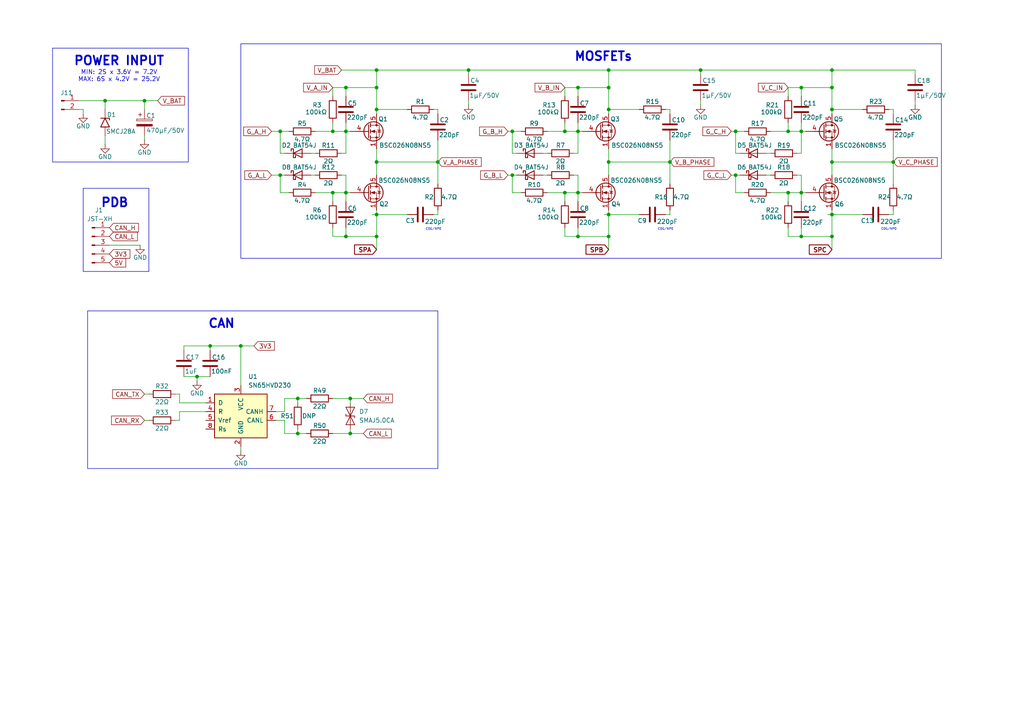
<source format=kicad_sch>
(kicad_sch (version 20250114) (generator "eeschema") (generator_version "9.0")
  (paper "A4")
  (lib_symbols
    (symbol "Connector:Conn_01x02_Pin" (pin_names (offset 1.016) (hide yes))
      (property "Reference" "J" (at 0 2.54 0))
      (property "Value" "Conn_01x02_Pin" (at 0 -5.08 0))
      (symbol "Conn_01x02_Pin_1_1"
        (rectangle (start 0.8636 0.127) (end 0 -0.127) (stroke (width 0.1524)) (fill (type outline)))
        (rectangle (start 0.8636 -2.413) (end 0 -2.667) (stroke (width 0.1524)) (fill (type outline)))
        (polyline (pts (xy 1.27 0) (xy 0.8636 0)) (stroke (width 0.1524)))
        (polyline (pts (xy 1.27 -2.54) (xy 0.8636 -2.54)) (stroke (width 0.1524)))
        (pin passive line (at 5.08 0 180) (length 3.81) (name "Pin_1") (number "1"))
        (pin passive line (at 5.08 -2.54 180) (length 3.81) (name "Pin_2") (number "2"))
      )
    )
    (symbol "Connector:Conn_01x05_Pin" (pin_names (offset 1.016) (hide yes))
      (property "Reference" "J" (at 0 7.62 0))
      (property "Value" "Conn_01x05_Pin" (at 0 -7.62 0))
      (symbol "Conn_01x05_Pin_1_1"
        (rectangle (start 0.8636 5.207) (end 0 4.953) (stroke (width 0.1524)) (fill (type outline)))
        (rectangle (start 0.8636 2.667) (end 0 2.413) (stroke (width 0.1524)) (fill (type outline)))
        (rectangle (start 0.8636 0.127) (end 0 -0.127) (stroke (width 0.1524)) (fill (type outline)))
        (rectangle (start 0.8636 -2.413) (end 0 -2.667) (stroke (width 0.1524)) (fill (type outline)))
        (rectangle (start 0.8636 -4.953) (end 0 -5.207) (stroke (width 0.1524)) (fill (type outline)))
        (polyline (pts (xy 1.27 5.08) (xy 0.8636 5.08)) (stroke (width 0.1524)))
        (polyline (pts (xy 1.27 2.54) (xy 0.8636 2.54)) (stroke (width 0.1524)))
        (polyline (pts (xy 1.27 0) (xy 0.8636 0)) (stroke (width 0.1524)))
        (polyline (pts (xy 1.27 -2.54) (xy 0.8636 -2.54)) (stroke (width 0.1524)))
        (polyline (pts (xy 1.27 -5.08) (xy 0.8636 -5.08)) (stroke (width 0.1524)))
        (pin passive line (at 5.08 5.08 180) (length 3.81) (name "Pin_1") (number "1"))
        (pin passive line (at 5.08 2.54 180) (length 3.81) (name "Pin_2") (number "2"))
        (pin passive line (at 5.08 0 180) (length 3.81) (name "Pin_3") (number "3"))
        (pin passive line (at 5.08 -2.54 180) (length 3.81) (name "Pin_4") (number "4"))
        (pin passive line (at 5.08 -5.08 180) (length 3.81) (name "Pin_5") (number "5"))
      )
    )
    (symbol "Device:C" (pin_numbers (hide yes)) (pin_names (offset 0.254))
      (property "Reference" "C" (at 0.635 2.54 0))
      (property "Value" "C" (at 0.635 -2.54 0))
      (symbol "C_0_1"
        (polyline (pts (xy -2.032 0.762) (xy 2.032 0.762)) (stroke (width 0.508)))
        (polyline (pts (xy -2.032 -0.762) (xy 2.032 -0.762)) (stroke (width 0.508)))
      )
      (symbol "C_1_1"
        (pin passive line (at 0 3.81 270) (length 2.794) (name "~") (number "1"))
        (pin passive line (at 0 -3.81 90) (length 2.794) (name "~") (number "2"))
      )
    )
    (symbol "Device:C_Polarized" (pin_numbers (hide yes)) (pin_names (offset 0.254))
      (property "Reference" "C" (at 0.635 2.54 0))
      (property "Value" "C_Polarized" (at 0.635 -2.54 0))
      (symbol "C_Polarized_0_1"
        (rectangle (start -2.286 0.508) (end 2.286 1.016))
        (polyline (pts (xy -1.778 2.286) (xy -0.762 2.286)))
        (polyline (pts (xy -1.27 2.794) (xy -1.27 1.778)))
        (rectangle (start 2.286 -0.508) (end -2.286 -1.016) (fill (type outline)))
      )
      (symbol "C_Polarized_1_1"
        (pin passive line (at 0 3.81 270) (length 2.794) (name "~") (number "1"))
        (pin passive line (at 0 -3.81 90) (length 2.794) (name "~") (number "2"))
      )
    )
    (symbol "Device:R" (pin_numbers (hide yes)) (pin_names (offset 0))
      (property "Reference" "R" (at 2.032 0 90))
      (property "Value" "R" (at 0 0 90))
      (symbol "R_0_1"
        (rectangle (start -1.016 -2.54) (end 1.016 2.54) (stroke (width 0.254)))
      )
      (symbol "R_1_1"
        (pin passive line (at 0 3.81 270) (length 1.27) (name "~") (number "1"))
        (pin passive line (at 0 -3.81 90) (length 1.27) (name "~") (number "2"))
      )
    )
    (symbol "Diode:1.5SMCxxA" (pin_numbers (hide yes)) (pin_names (offset 1.016) (hide yes))
      (property "Reference" "D" (at 0 2.54 0))
      (property "Value" "1.5SMCxxA" (at 0 -2.54 0))
      (symbol "1.5SMCxxA_0_1"
        (polyline (pts (xy -0.762 1.27) (xy -1.27 1.27) (xy -1.27 -1.27)) (stroke (width 0.254)))
        (polyline (pts (xy 1.27 1.27) (xy 1.27 -1.27) (xy -1.27 0) (xy 1.27 1.27)) (stroke (width 0.254)))
      )
      (symbol "1.5SMCxxA_1_1"
        (pin passive line (at -3.81 0 0) (length 2.54) (name "A1") (number "1"))
        (pin passive line (at 3.81 0 180) (length 2.54) (name "A2") (number "2"))
      )
    )
    (symbol "Diode:BAT54J" (pin_numbers (hide yes)) (pin_names (offset 1.016) (hide yes))
      (property "Reference" "D" (at 0 2.54 0))
      (property "Value" "BAT54J" (at 0 -2.54 0))
      (symbol "BAT54J_0_1"
        (polyline (pts (xy -1.905 0.635) (xy -1.905 1.27) (xy -1.27 1.27) (xy -1.27 -1.27) (xy -0.635 -1.27) (xy -0.635 -0.635)) (stroke (width 0.254)))
        (polyline (pts (xy 1.27 1.27) (xy 1.27 -1.27) (xy -1.27 0) (xy 1.27 1.27)) (stroke (width 0.254)))
        (polyline (pts (xy 1.27 0) (xy -1.27 0)))
      )
      (symbol "BAT54J_1_1"
        (pin passive line (at -3.81 0 0) (length 2.54) (name "K") (number "1"))
        (pin passive line (at 3.81 0 180) (length 2.54) (name "A") (number "2"))
      )
    )
    (symbol "Diode:SMAJ5.0CA" (pin_numbers (hide yes)) (pin_names (offset 1.016) (hide yes))
      (property "Reference" "D" (at 0 2.54 0))
      (property "Value" "SMAJ5.0CA" (at 0 -2.54 0))
      (symbol "SMAJ5.0CA_0_1"
        (polyline (pts (xy -2.54 -1.27) (xy 0 0) (xy -2.54 1.27) (xy -2.54 -1.27)) (stroke (width 0.2032)))
        (polyline (pts (xy 0.508 1.27) (xy 0 1.27) (xy 0 -1.27) (xy -0.508 -1.27)) (stroke (width 0.2032)))
        (polyline (pts (xy 1.27 0) (xy -1.27 0)))
        (polyline (pts (xy 2.54 1.27) (xy 2.54 -1.27) (xy 0 0) (xy 2.54 1.27)) (stroke (width 0.2032)))
      )
      (symbol "SMAJ5.0CA_1_1"
        (pin passive line (at -3.81 0 0) (length 2.54) (name "A1") (number "1"))
        (pin passive line (at 3.81 0 180) (length 2.54) (name "A2") (number "2"))
      )
    )
    (symbol "Interface_CAN_LIN:SN65HVD230" (pin_names (offset 1.016))
      (property "Reference" "U" (at -2.54 10.16 0))
      (property "Value" "SN65HVD230" (at -2.54 7.62 0))
      (symbol "SN65HVD230_0_1"
        (rectangle (start -7.62 5.08) (end 7.62 -7.62) (stroke (width 0.254)) (fill (type background)))
      )
      (symbol "SN65HVD230_1_1"
        (pin input line (at -10.16 2.54 0) (length 2.54) (name "D") (number "1"))
        (pin output line (at -10.16 0 0) (length 2.54) (name "R") (number "4"))
        (pin output line (at -10.16 -2.54 0) (length 2.54) (name "Vref") (number "5"))
        (pin input line (at -10.16 -5.08 0) (length 2.54) (name "Rs") (number "8"))
        (pin power_in line (at 0 7.62 270) (length 2.54) (name "VCC") (number "3"))
        (pin power_in line (at 0 -10.16 90) (length 2.54) (name "GND") (number "2"))
        (pin bidirectional line (at 10.16 0 180) (length 2.54) (name "CANH") (number "7"))
        (pin bidirectional line (at 10.16 -2.54 180) (length 2.54) (name "CANL") (number "6"))
      )
    )
    (symbol "Transistor_FET:BSC026N08NS5" (pin_names (offset 0) (hide yes))
      (property "Reference" "Q" (at 5.08 1.905 0))
      (property "Value" "BSC026N08NS5" (at 5.08 0 0))
      (symbol "BSC026N08NS5_0_1"
        (polyline (pts (xy 0.254 1.905) (xy 0.254 -1.905)) (stroke (width 0.254)))
        (polyline (pts (xy 0.254 0) (xy -2.54 0)))
        (polyline (pts (xy 0.762 2.286) (xy 0.762 1.27)) (stroke (width 0.254)))
        (polyline (pts (xy 0.762 0.508) (xy 0.762 -0.508)) (stroke (width 0.254)))
        (polyline (pts (xy 0.762 -1.27) (xy 0.762 -2.286)) (stroke (width 0.254)))
        (polyline (pts (xy 0.762 -1.778) (xy 3.302 -1.778) (xy 3.302 1.778) (xy 0.762 1.778)))
        (polyline (pts (xy 1.016 0) (xy 2.032 0.381) (xy 2.032 -0.381) (xy 1.016 0)) (fill (type outline)))
        (circle (center 1.651 0) (radius 2.794) (stroke (width 0.254)))
        (polyline (pts (xy 2.54 2.54) (xy 2.54 1.778)))
        (circle (center 2.54 1.778) (radius 0.254) (fill (type outline)))
        (circle (center 2.54 -1.778) (radius 0.254) (fill (type outline)))
        (polyline (pts (xy 2.54 -2.54) (xy 2.54 0) (xy 0.762 0)))
        (polyline (pts (xy 2.794 0.508) (xy 2.921 0.381) (xy 3.683 0.381) (xy 3.81 0.254)))
        (polyline (pts (xy 3.302 0.381) (xy 2.921 -0.254) (xy 3.683 -0.254) (xy 3.302 0.381)))
      )
      (symbol "BSC026N08NS5_1_1"
        (pin input line (at -5.08 0 0) (length 5.08) (name "G") (number "4"))
        (pin passive line (at 2.54 5.08 270) (length 2.54) (name "D") (number "5"))
        (pin passive line (at 2.54 -5.08 90) (length 2.54) (name "S") (number "1"))
        (pin passive line (at 2.54 -5.08 90) (length 2.54) (hide yes) (name "S") (number "2"))
        (pin passive line (at 2.54 -5.08 90) (length 2.54) (hide yes) (name "S") (number "3"))
      )
    )
    (symbol "power:GND" (power) (pin_numbers (hide yes)) (pin_names (offset 0) (hide yes))
      (property "Value" "GND" (at 0 -3.81 0))
      (symbol "GND_0_1"
        (polyline (pts (xy 0 0) (xy 0 -1.27) (xy 1.27 -1.27) (xy 0 -2.54) (xy -1.27 -1.27) (xy 0 -1.27)))
      )
      (symbol "GND_1_1"
        (pin power_in line (at 0 0 270) (length 0) (name "~") (number "1"))
      )
    )
  )
  (rectangle (start 15.24 13.97) (end 54.61 46.99))
  (rectangle (start 25.4 90.17) (end 127 135.89))
  (rectangle (start 24.13 54.61) (end 43.18 78.74))
  (rectangle (start 69.85 12.7) (end 273.05 74.93))
  (text "MIN: 2S x 3.6V = 7.2V\nMAX: 6S x 4.2V = 25.2V" (at 34.544 22.098 0) (effects (font (size 1.27 1.27))))
  (text "POWER INPUT" (at 34.544 17.78 0) (effects (font (size 2.54 2.54) (thickness 0.508) (bold yes))))
  (text "C0G/NP0" (at 125.73 66.548 0) (effects (font (size 0.635 0.635) (thickness 0.0794))))
  (text "MOSFETs" (at 175.006 16.51 0) (effects (font (size 2.54 2.54) (thickness 0.508) (bold yes))))
  (text "C0G/NP0" (at 193.04 66.548 0) (effects (font (size 0.635 0.635) (thickness 0.0794))))
  (text "PDB" (at 33.274 58.928 0) (effects (font (size 2.54 2.54) (thickness 0.508) (bold yes))))
  (text "C0G/NP0" (at 257.81 66.548 0) (effects (font (size 0.635 0.635) (thickness 0.0794))))
  (text "CAN" (at 64.262 93.98 0) (effects (font (size 2.54 2.54) (thickness 0.508) (bold yes))))
  (junction (at 232.41 68.58))
  (junction (at 100.33 55.88))
  (junction (at 232.41 25.4))
  (junction (at 241.3 31.75))
  (junction (at 69.85 100.33))
  (junction (at 109.22 25.4))
  (junction (at 228.6 55.88))
  (junction (at 100.33 68.58))
  (junction (at 167.64 38.1))
  (junction (at 96.52 55.88))
  (junction (at 213.36 50.8))
  (junction (at 57.15 109.22))
  (junction (at 232.41 55.88))
  (junction (at 81.28 50.8))
  (junction (at 101.6 115.57))
  (junction (at 241.3 25.4))
  (junction (at 109.22 31.75))
  (junction (at 100.33 38.1))
  (junction (at 148.59 38.1))
  (junction (at 109.22 46.99))
  (junction (at 86.36 125.73))
  (junction (at 86.36 115.57))
  (junction (at 60.96 100.33))
  (junction (at 135.89 20.32))
  (junction (at 259.08 46.99))
  (junction (at 176.53 62.23))
  (junction (at 194.31 46.99))
  (junction (at 163.83 38.1))
  (junction (at 41.91 29.21))
  (junction (at 241.3 20.32))
  (junction (at 163.83 55.88))
  (junction (at 203.2 20.32))
  (junction (at 109.22 68.58))
  (junction (at 167.64 25.4))
  (junction (at 241.3 62.23))
  (junction (at 109.22 62.23))
  (junction (at 176.53 68.58))
  (junction (at 148.59 50.8))
  (junction (at 232.41 38.1))
  (junction (at 30.48 29.21))
  (junction (at 176.53 20.32))
  (junction (at 167.64 68.58))
  (junction (at 228.6 38.1))
  (junction (at 127 46.99))
  (junction (at 213.36 38.1))
  (junction (at 176.53 46.99))
  (junction (at 96.52 38.1))
  (junction (at 101.6 125.73))
  (junction (at 176.53 31.75))
  (junction (at 241.3 68.58))
  (junction (at 241.3 46.99))
  (junction (at 100.33 25.4))
  (junction (at 109.22 20.32))
  (junction (at 81.28 38.1))
  (junction (at 176.53 25.4))
  (junction (at 167.64 55.88))
  (wire (pts (xy 228.6 35.56) (xy 228.6 38.1)))
  (wire (pts (xy 166.37 44.45) (xy 167.64 44.45)))
  (wire (pts (xy 41.91 121.92) (xy 43.18 121.92)))
  (wire (pts (xy 52.07 119.38) (xy 52.07 121.92)))
  (wire (pts (xy 135.89 30.48) (xy 135.89 29.21)))
  (wire (pts (xy 82.55 121.92) (xy 80.01 121.92)))
  (wire (pts (xy 167.64 25.4) (xy 167.64 27.94)))
  (wire (pts (xy 241.3 31.75) (xy 250.19 31.75)))
  (wire (pts (xy 232.41 55.88) (xy 233.68 55.88)))
  (wire (pts (xy 50.8 114.3) (xy 52.07 114.3)))
  (wire (pts (xy 100.33 35.56) (xy 100.33 38.1)))
  (wire (pts (xy 69.85 100.33) (xy 69.85 111.76)))
  (wire (pts (xy 99.06 50.8) (xy 100.33 50.8)))
  (wire (pts (xy 96.52 125.73) (xy 101.6 125.73)))
  (wire (pts (xy 193.04 62.23) (xy 194.31 62.23)))
  (wire (pts (xy 96.52 115.57) (xy 101.6 115.57)))
  (wire (pts (xy 127 62.23) (xy 127 60.96)))
  (wire (pts (xy 241.3 62.23) (xy 250.19 62.23)))
  (wire (pts (xy 241.3 62.23) (xy 241.3 68.58)))
  (wire (pts (xy 163.83 38.1) (xy 167.64 38.1)))
  (wire (pts (xy 176.53 33.02) (xy 176.53 31.75)))
  (wire (pts (xy 100.33 38.1) (xy 100.33 44.45)))
  (wire (pts (xy 213.36 50.8) (xy 213.36 55.88)))
  (wire (pts (xy 149.86 50.8) (xy 148.59 50.8)))
  (wire (pts (xy 259.08 40.64) (xy 259.08 46.99)))
  (wire (pts (xy 24.13 33.02) (xy 24.13 31.75)))
  (wire (pts (xy 232.41 38.1) (xy 232.41 44.45)))
  (wire (pts (xy 41.91 29.21) (xy 41.91 31.75)))
  (wire (pts (xy 148.59 50.8) (xy 148.59 55.88)))
  (wire (pts (xy 167.64 55.88) (xy 168.91 55.88)))
  (wire (pts (xy 90.17 50.8) (xy 91.44 50.8)))
  (wire (pts (xy 228.6 66.04) (xy 228.6 68.58)))
  (wire (pts (xy 214.63 44.45) (xy 213.36 44.45)))
  (wire (pts (xy 203.2 30.48) (xy 203.2 29.21)))
  (wire (pts (xy 194.31 46.99) (xy 194.31 53.34)))
  (wire (pts (xy 41.91 114.3) (xy 43.18 114.3)))
  (wire (pts (xy 96.52 66.04) (xy 96.52 68.58)))
  (wire (pts (xy 176.53 60.96) (xy 176.53 62.23)))
  (wire (pts (xy 57.15 109.22) (xy 57.15 110.49)))
  (wire (pts (xy 259.08 31.75) (xy 257.81 31.75)))
  (wire (pts (xy 127 31.75) (xy 125.73 31.75)))
  (wire (pts (xy 241.3 43.18) (xy 241.3 46.99)))
  (wire (pts (xy 176.53 46.99) (xy 176.53 50.8)))
  (wire (pts (xy 157.48 50.8) (xy 158.75 50.8)))
  (wire (pts (xy 176.53 62.23) (xy 185.42 62.23)))
  (wire (pts (xy 241.3 46.99) (xy 259.08 46.99)))
  (wire (pts (xy 147.32 50.8) (xy 148.59 50.8)))
  (wire (pts (xy 214.63 50.8) (xy 213.36 50.8)))
  (wire (pts (xy 127 46.99) (xy 127 53.34)))
  (wire (pts (xy 99.06 20.32) (xy 109.22 20.32)))
  (wire (pts (xy 163.83 25.4) (xy 167.64 25.4)))
  (wire (pts (xy 53.34 100.33) (xy 53.34 101.6)))
  (wire (pts (xy 241.3 60.96) (xy 241.3 62.23)))
  (wire (pts (xy 167.64 68.58) (xy 176.53 68.58)))
  (wire (pts (xy 81.28 38.1) (xy 83.82 38.1)))
  (wire (pts (xy 100.33 38.1) (xy 101.6 38.1)))
  (wire (pts (xy 212.09 50.8) (xy 213.36 50.8)))
  (wire (pts (xy 223.52 55.88) (xy 228.6 55.88)))
  (wire (pts (xy 194.31 31.75) (xy 193.04 31.75)))
  (wire (pts (xy 157.48 44.45) (xy 158.75 44.45)))
  (wire (pts (xy 231.14 44.45) (xy 232.41 44.45)))
  (wire (pts (xy 241.3 68.58) (xy 241.3 72.39)))
  (wire (pts (xy 127 33.02) (xy 127 31.75)))
  (wire (pts (xy 166.37 50.8) (xy 167.64 50.8)))
  (wire (pts (xy 109.22 25.4) (xy 100.33 25.4)))
  (wire (pts (xy 148.59 38.1) (xy 151.13 38.1)))
  (wire (pts (xy 241.3 33.02) (xy 241.3 31.75)))
  (wire (pts (xy 176.53 31.75) (xy 176.53 25.4)))
  (wire (pts (xy 109.22 62.23) (xy 109.22 68.58)))
  (wire (pts (xy 158.75 38.1) (xy 163.83 38.1)))
  (wire (pts (xy 60.96 100.33) (xy 60.96 101.6)))
  (wire (pts (xy 82.55 50.8) (xy 81.28 50.8)))
  (wire (pts (xy 223.52 38.1) (xy 228.6 38.1)))
  (wire (pts (xy 96.52 55.88) (xy 96.52 58.42)))
  (wire (pts (xy 99.06 44.45) (xy 100.33 44.45)))
  (wire (pts (xy 52.07 119.38) (xy 59.69 119.38)))
  (wire (pts (xy 107.95 62.23) (xy 109.22 62.23)))
  (wire (pts (xy 41.91 29.21) (xy 45.72 29.21)))
  (wire (pts (xy 100.33 50.8) (xy 100.33 55.88)))
  (wire (pts (xy 203.2 20.32) (xy 241.3 20.32)))
  (wire (pts (xy 109.22 46.99) (xy 109.22 50.8)))
  (wire (pts (xy 125.73 62.23) (xy 127 62.23)))
  (wire (pts (xy 232.41 35.56) (xy 232.41 38.1)))
  (wire (pts (xy 24.13 31.75) (xy 22.86 31.75)))
  (wire (pts (xy 57.15 109.22) (xy 60.96 109.22)))
  (wire (pts (xy 259.08 62.23) (xy 259.08 60.96)))
  (wire (pts (xy 232.41 66.04) (xy 232.41 68.58)))
  (wire (pts (xy 135.89 20.32) (xy 176.53 20.32)))
  (wire (pts (xy 109.22 31.75) (xy 118.11 31.75)))
  (wire (pts (xy 149.86 44.45) (xy 148.59 44.45)))
  (wire (pts (xy 240.03 62.23) (xy 241.3 62.23)))
  (wire (pts (xy 163.83 55.88) (xy 167.64 55.88)))
  (wire (pts (xy 232.41 38.1) (xy 233.68 38.1)))
  (wire (pts (xy 222.25 50.8) (xy 223.52 50.8)))
  (wire (pts (xy 176.53 25.4) (xy 167.64 25.4)))
  (wire (pts (xy 53.34 109.22) (xy 57.15 109.22)))
  (wire (pts (xy 80.01 119.38) (xy 82.55 119.38)))
  (wire (pts (xy 213.36 55.88) (xy 215.9 55.88)))
  (wire (pts (xy 163.83 55.88) (xy 163.83 58.42)))
  (wire (pts (xy 86.36 115.57) (xy 88.9 115.57)))
  (wire (pts (xy 213.36 38.1) (xy 215.9 38.1)))
  (wire (pts (xy 101.6 115.57) (xy 101.6 116.84)))
  (wire (pts (xy 109.22 20.32) (xy 135.89 20.32)))
  (wire (pts (xy 30.48 39.37) (xy 30.48 41.91)))
  (wire (pts (xy 163.83 25.4) (xy 163.83 27.94)))
  (wire (pts (xy 148.59 55.88) (xy 151.13 55.88)))
  (wire (pts (xy 81.28 55.88) (xy 83.82 55.88)))
  (wire (pts (xy 176.53 68.58) (xy 176.53 72.39)))
  (wire (pts (xy 231.14 50.8) (xy 232.41 50.8)))
  (wire (pts (xy 167.64 38.1) (xy 168.91 38.1)))
  (wire (pts (xy 176.53 25.4) (xy 176.53 20.32)))
  (wire (pts (xy 69.85 130.81) (xy 69.85 129.54)))
  (wire (pts (xy 96.52 25.4) (xy 100.33 25.4)))
  (wire (pts (xy 82.55 115.57) (xy 86.36 115.57)))
  (wire (pts (xy 147.32 38.1) (xy 148.59 38.1)))
  (wire (pts (xy 105.41 125.73) (xy 101.6 125.73)))
  (wire (pts (xy 167.64 50.8) (xy 167.64 55.88)))
  (wire (pts (xy 228.6 25.4) (xy 232.41 25.4)))
  (wire (pts (xy 228.6 55.88) (xy 232.41 55.88)))
  (wire (pts (xy 82.55 125.73) (xy 82.55 121.92)))
  (wire (pts (xy 176.53 62.23) (xy 176.53 68.58)))
  (wire (pts (xy 222.25 44.45) (xy 223.52 44.45)))
  (wire (pts (xy 96.52 68.58) (xy 100.33 68.58)))
  (wire (pts (xy 194.31 40.64) (xy 194.31 46.99)))
  (wire (pts (xy 86.36 125.73) (xy 88.9 125.73)))
  (wire (pts (xy 86.36 124.46) (xy 86.36 125.73)))
  (wire (pts (xy 53.34 100.33) (xy 60.96 100.33)))
  (wire (pts (xy 86.36 115.57) (xy 86.36 116.84)))
  (wire (pts (xy 176.53 46.99) (xy 194.31 46.99)))
  (wire (pts (xy 241.3 31.75) (xy 241.3 25.4)))
  (wire (pts (xy 105.41 115.57) (xy 101.6 115.57)))
  (wire (pts (xy 31.75 71.12) (xy 40.64 71.12)))
  (wire (pts (xy 175.26 62.23) (xy 176.53 62.23)))
  (wire (pts (xy 228.6 38.1) (xy 232.41 38.1)))
  (wire (pts (xy 91.44 55.88) (xy 96.52 55.88)))
  (wire (pts (xy 176.53 31.75) (xy 185.42 31.75)))
  (wire (pts (xy 265.43 30.48) (xy 265.43 29.21)))
  (wire (pts (xy 52.07 116.84) (xy 59.69 116.84)))
  (wire (pts (xy 241.3 25.4) (xy 232.41 25.4)))
  (wire (pts (xy 163.83 68.58) (xy 167.64 68.58)))
  (wire (pts (xy 259.08 46.99) (xy 259.08 53.34)))
  (wire (pts (xy 100.33 55.88) (xy 101.6 55.88)))
  (wire (pts (xy 241.3 46.99) (xy 241.3 50.8)))
  (wire (pts (xy 167.64 66.04) (xy 167.64 68.58)))
  (wire (pts (xy 52.07 114.3) (xy 52.07 116.84)))
  (wire (pts (xy 96.52 25.4) (xy 96.52 27.94)))
  (wire (pts (xy 194.31 62.23) (xy 194.31 60.96)))
  (wire (pts (xy 232.41 55.88) (xy 232.41 58.42)))
  (wire (pts (xy 163.83 66.04) (xy 163.83 68.58)))
  (wire (pts (xy 109.22 60.96) (xy 109.22 62.23)))
  (wire (pts (xy 82.55 44.45) (xy 81.28 44.45)))
  (wire (pts (xy 257.81 62.23) (xy 259.08 62.23)))
  (wire (pts (xy 96.52 38.1) (xy 100.33 38.1)))
  (wire (pts (xy 91.44 38.1) (xy 96.52 38.1)))
  (wire (pts (xy 109.22 62.23) (xy 118.11 62.23)))
  (wire (pts (xy 96.52 35.56) (xy 96.52 38.1)))
  (wire (pts (xy 135.89 21.59) (xy 135.89 20.32)))
  (wire (pts (xy 158.75 55.88) (xy 163.83 55.88)))
  (wire (pts (xy 109.22 25.4) (xy 109.22 20.32)))
  (wire (pts (xy 228.6 25.4) (xy 228.6 27.94)))
  (wire (pts (xy 30.48 29.21) (xy 30.48 31.75)))
  (wire (pts (xy 232.41 50.8) (xy 232.41 55.88)))
  (wire (pts (xy 101.6 125.73) (xy 101.6 124.46)))
  (wire (pts (xy 90.17 44.45) (xy 91.44 44.45)))
  (wire (pts (xy 109.22 68.58) (xy 109.22 72.39)))
  (wire (pts (xy 22.86 29.21) (xy 30.48 29.21)))
  (wire (pts (xy 176.53 20.32) (xy 203.2 20.32)))
  (wire (pts (xy 69.85 100.33) (xy 73.66 100.33)))
  (wire (pts (xy 96.52 55.88) (xy 100.33 55.88)))
  (wire (pts (xy 148.59 44.45) (xy 148.59 38.1)))
  (wire (pts (xy 241.3 25.4) (xy 241.3 20.32)))
  (wire (pts (xy 241.3 20.32) (xy 265.43 20.32)))
  (wire (pts (xy 265.43 20.32) (xy 265.43 21.59)))
  (wire (pts (xy 78.74 50.8) (xy 81.28 50.8)))
  (wire (pts (xy 82.55 125.73) (xy 86.36 125.73)))
  (wire (pts (xy 259.08 33.02) (xy 259.08 31.75)))
  (wire (pts (xy 203.2 21.59) (xy 203.2 20.32)))
  (wire (pts (xy 167.64 38.1) (xy 167.64 44.45)))
  (wire (pts (xy 100.33 66.04) (xy 100.33 68.58)))
  (wire (pts (xy 212.09 38.1) (xy 213.36 38.1)))
  (wire (pts (xy 109.22 46.99) (xy 127 46.99)))
  (wire (pts (xy 81.28 44.45) (xy 81.28 38.1)))
  (wire (pts (xy 232.41 68.58) (xy 241.3 68.58)))
  (wire (pts (xy 176.53 43.18) (xy 176.53 46.99)))
  (wire (pts (xy 109.22 43.18) (xy 109.22 46.99)))
  (wire (pts (xy 30.48 29.21) (xy 41.91 29.21)))
  (wire (pts (xy 82.55 115.57) (xy 82.55 119.38)))
  (wire (pts (xy 167.64 55.88) (xy 167.64 58.42)))
  (wire (pts (xy 100.33 55.88) (xy 100.33 58.42)))
  (wire (pts (xy 213.36 44.45) (xy 213.36 38.1)))
  (wire (pts (xy 228.6 68.58) (xy 232.41 68.58)))
  (wire (pts (xy 167.64 35.56) (xy 167.64 38.1)))
  (wire (pts (xy 100.33 25.4) (xy 100.33 27.94)))
  (wire (pts (xy 52.07 121.92) (xy 50.8 121.92)))
  (wire (pts (xy 163.83 35.56) (xy 163.83 38.1)))
  (wire (pts (xy 228.6 55.88) (xy 228.6 58.42)))
  (wire (pts (xy 232.41 25.4) (xy 232.41 27.94)))
  (wire (pts (xy 109.22 31.75) (xy 109.22 25.4)))
  (wire (pts (xy 109.22 33.02) (xy 109.22 31.75)))
  (wire (pts (xy 81.28 50.8) (xy 81.28 55.88)))
  (wire (pts (xy 41.91 40.64) (xy 41.91 39.37)))
  (wire (pts (xy 194.31 33.02) (xy 194.31 31.75)))
  (wire (pts (xy 100.33 68.58) (xy 109.22 68.58)))
  (wire (pts (xy 78.74 38.1) (xy 81.28 38.1)))
  (wire (pts (xy 127 40.64) (xy 127 46.99)))
  (wire (pts (xy 60.96 100.33) (xy 69.85 100.33)))
  (global_label "G_B_L" (shape input) (at 147.32 50.8 180) (property "Intersheetrefs" "${INTERSHEET_REFS}" (effects (hide yes))))
  (global_label "V_B_PHASE" (shape input) (at 194.31 46.99 0) (property "Intersheetrefs" "${INTERSHEET_REFS}" (effects (hide yes))))
  (global_label "CAN_H" (shape input) (at 31.75 66.04 0) (property "Intersheetrefs" "${INTERSHEET_REFS}" (effects (hide yes))))
  (global_label "V_C_PHASE" (shape input) (at 259.08 46.99 0) (property "Intersheetrefs" "${INTERSHEET_REFS}" (effects (hide yes))))
  (global_label "SPC" (shape input) (at 241.3 72.39 180) (effects (font (thickness 0.254) (bold yes))) (property "Intersheetrefs" "${INTERSHEET_REFS}" (effects (hide yes))))
  (global_label "V_B_IN" (shape input) (at 163.83 25.4 180) (property "Intersheetrefs" "${INTERSHEET_REFS}" (effects (hide yes))))
  (global_label "CAN_L" (shape input) (at 31.75 68.58 0) (property "Intersheetrefs" "${INTERSHEET_REFS}" (effects (hide yes))))
  (global_label "V_BAT" (shape input) (at 99.06 20.32 180) (property "Intersheetrefs" "${INTERSHEET_REFS}" (effects (hide yes))))
  (global_label "G_A_H" (shape input) (at 78.74 38.1 180) (property "Intersheetrefs" "${INTERSHEET_REFS}" (effects (hide yes))))
  (global_label "3V3" (shape input) (at 73.66 100.33 0) (property "Intersheetrefs" "${INTERSHEET_REFS}" (effects (hide yes))))
  (global_label "CAN_H" (shape input) (at 105.41 115.57 0) (property "Intersheetrefs" "${INTERSHEET_REFS}" (effects (hide yes))))
  (global_label "SPB" (shape input) (at 176.53 72.39 180) (effects (font (thickness 0.254) (bold yes))) (property "Intersheetrefs" "${INTERSHEET_REFS}" (effects (hide yes))))
  (global_label "G_B_H" (shape input) (at 147.32 38.1 180) (property "Intersheetrefs" "${INTERSHEET_REFS}" (effects (hide yes))))
  (global_label "5V" (shape input) (at 31.75 76.2 0) (property "Intersheetrefs" "${INTERSHEET_REFS}" (effects (hide yes))))
  (global_label "V_A_PHASE" (shape input) (at 127 46.99 0) (property "Intersheetrefs" "${INTERSHEET_REFS}" (effects (hide yes))))
  (global_label "CAN_TX" (shape input) (at 41.91 114.3 180) (property "Intersheetrefs" "${INTERSHEET_REFS}" (effects (hide yes))))
  (global_label "CAN_L" (shape input) (at 105.41 125.73 0) (property "Intersheetrefs" "${INTERSHEET_REFS}" (effects (hide yes))))
  (global_label "G_C_L" (shape input) (at 212.09 50.8 180) (property "Intersheetrefs" "${INTERSHEET_REFS}" (effects (hide yes))))
  (global_label "G_A_L" (shape input) (at 78.74 50.8 180) (property "Intersheetrefs" "${INTERSHEET_REFS}" (effects (hide yes))))
  (global_label "3V3" (shape input) (at 31.75 73.66 0) (property "Intersheetrefs" "${INTERSHEET_REFS}" (effects (hide yes))))
  (global_label "SPA" (shape input) (at 109.22 72.39 180) (effects (font (thickness 0.254) (bold yes))) (property "Intersheetrefs" "${INTERSHEET_REFS}" (effects (hide yes))))
  (global_label "V_BAT" (shape input) (at 45.72 29.21 0) (property "Intersheetrefs" "${INTERSHEET_REFS}" (effects (hide yes))))
  (global_label "CAN_RX" (shape input) (at 41.91 121.92 180) (property "Intersheetrefs" "${INTERSHEET_REFS}" (effects (hide yes))))
  (global_label "V_C_IN" (shape input) (at 228.6 25.4 180) (property "Intersheetrefs" "${INTERSHEET_REFS}" (effects (hide yes))))
  (global_label "V_A_IN" (shape input) (at 96.52 25.4 180) (property "Intersheetrefs" "${INTERSHEET_REFS}" (effects (hide yes))))
  (global_label "G_C_H" (shape input) (at 212.09 38.1 180) (property "Intersheetrefs" "${INTERSHEET_REFS}" (effects (hide yes))))
  (symbol (lib_id "Interface_CAN_LIN:SN65HVD230") (at 69.85 119.38 0) (unit 1)
    (property "Reference" "U1" (at 71.9933 109.22 0) (effects (justify left)))
    (property "Value" "SN65HVD230" (at 71.9933 111.76 0) (effects (justify left)))
    (property "Footprint" "Package_SO:SOIC-8_3.9x4.9mm_P1.27mm" (effects (hide yes)))
    (property "Datasheet" "http://www.ti.com/lit/ds/symlink/sn65hvd230.pdf" (effects (hide yes)))
    (property "Description" "CAN Bus Transceivers, 3.3V, 1Mbps, Low-Power capabilities, SOIC-8" (effects (hide yes)))
  )
  (symbol (lib_id "Device:R") (at 95.25 44.45 90) (unit 1)
    (property "Reference" "R11" (at 95.25 42.164 90))
    (property "Value" "2Ω" (at 95.25 46.736 90))
    (property "Footprint" "Resistor_SMD:R_0603_1608Metric_Pad0.98x0.95mm_HandSolder" (effects (hide yes)))
    (property "Description" "Resistor" (effects (hide yes)))
  )
  (symbol (lib_id "Device:R") (at 163.83 62.23 0) (unit 1)
    (property "Reference" "R14" (at 159.258 60.96 0))
    (property "Value" "100kΩ" (at 159.004 62.992 0))
    (property "Footprint" "Resistor_SMD:R_0603_1608Metric_Pad0.98x0.95mm_HandSolder" (effects (hide yes)))
    (property "Description" "Resistor" (effects (hide yes)))
  )
  (symbol (lib_id "Device:R") (at 162.56 44.45 90) (unit 1)
    (property "Reference" "R7" (at 162.56 42.164 90))
    (property "Value" "2Ω" (at 162.56 46.736 90))
    (property "Footprint" "Resistor_SMD:R_0603_1608Metric_Pad0.98x0.95mm_HandSolder" (effects (hide yes)))
    (property "Description" "Resistor" (effects (hide yes)))
  )
  (symbol (lib_id "Diode:BAT54J") (at 86.36 50.8 0) (unit 1)
    (property "Reference" "D8" (at 83.058 48.514 0))
    (property "Value" "BAT54J" (at 88.392 48.514 0))
    (property "Footprint" "Diode_SMD:D_SOD-323F" (effects (hide yes)))
    (property "Datasheet" "https://assets.nexperia.com/documents/data-sheet/BAT54J.pdf" (effects (hide yes)))
    (property "Description" "30V 200mA Schottky diode, SOD-323F" (effects (hide yes)))
  )
  (symbol (lib_id "Device:C") (at 100.33 62.23 0) (unit 1)
    (property "Reference" "C6" (at 100.838 60.452 0) (effects (justify left)))
    (property "Value" "220pF" (at 100.584 64.516 0) (effects (justify left)))
    (property "Footprint" "Capacitor_SMD:C_0805_2012Metric_Pad1.18x1.45mm_HandSolder" (effects (hide yes)))
    (property "Description" "Unpolarized capacitor" (effects (hide yes)))
  )
  (symbol (lib_id "Device:C_Polarized") (at 41.91 35.56 0) (unit 1)
    (property "Reference" "C1" (at 42.418 33.528 0) (effects (justify left)))
    (property "Value" "470µF/50V" (at 42.418 37.846 0) (effects (justify left)))
    (property "Footprint" "Capacitor_SMD:CP_Elec_10x10" (effects (hide yes)))
    (property "Description" "Polarized capacitor" (effects (hide yes)))
  )
  (symbol (lib_id "Device:C") (at 254 62.23 270) (unit 1)
    (property "Reference" "C13" (at 249.682 64.008 90) (effects (justify left)))
    (property "Value" "220pF" (at 255.27 64.262 90) (effects (justify left)))
    (property "Footprint" "Capacitor_SMD:C_0805_2012Metric_Pad1.18x1.45mm_HandSolder" (effects (hide yes)))
    (property "Description" "Unpolarized capacitor" (effects (hide yes)))
  )
  (symbol (lib_id "Device:R") (at 127 57.15 180) (unit 1)
    (property "Reference" "R2" (at 124.46 57.15 0))
    (property "Value" "4.7Ω" (at 130.302 57.15 0))
    (property "Footprint" "Resistor_SMD:R_0603_1608Metric_Pad0.98x0.95mm_HandSolder" (effects (hide yes)))
    (property "Description" "Resistor" (effects (hide yes)))
  )
  (symbol (lib_id "Device:R") (at 189.23 31.75 90) (unit 1)
    (property "Reference" "R15" (at 189.23 29.464 90))
    (property "Value" "4.7Ω" (at 189.23 34.036 90))
    (property "Footprint" "Resistor_SMD:R_0603_1608Metric_Pad0.98x0.95mm_HandSolder" (effects (hide yes)))
    (property "Description" "Resistor" (effects (hide yes)))
  )
  (symbol (lib_id "Device:C") (at 265.43 25.4 0) (unit 1)
    (property "Reference" "C18" (at 265.938 23.368 0) (effects (justify left)))
    (property "Value" "1µF/50V" (at 265.684 27.686 0) (effects (justify left)))
    (property "Footprint" "Capacitor_SMD:C_0805_2012Metric_Pad1.18x1.45mm_HandSolder" (effects (hide yes)))
    (property "Description" "Unpolarized capacitor" (effects (hide yes)))
  )
  (symbol (lib_id "Device:R") (at 96.52 31.75 0) (unit 1)
    (property "Reference" "R3" (at 91.948 30.48 0))
    (property "Value" "100kΩ" (at 91.694 32.512 0))
    (property "Footprint" "Resistor_SMD:R_0603_1608Metric_Pad0.98x0.95mm_HandSolder" (effects (hide yes)))
    (property "Description" "Resistor" (effects (hide yes)))
  )
  (symbol (lib_id "Device:C") (at 135.89 25.4 0) (unit 1)
    (property "Reference" "C4" (at 136.398 23.368 0) (effects (justify left)))
    (property "Value" "1µF/50V" (at 136.144 27.686 0) (effects (justify left)))
    (property "Footprint" "Capacitor_SMD:C_0805_2012Metric_Pad1.18x1.45mm_HandSolder" (effects (hide yes)))
    (property "Description" "Unpolarized capacitor" (effects (hide yes)))
  )
  (symbol (lib_id "Device:R") (at 87.63 38.1 90) (unit 1)
    (property "Reference" "R5" (at 87.63 35.814 90))
    (property "Value" "4.7Ω" (at 87.63 40.386 90))
    (property "Footprint" "Resistor_SMD:R_0603_1608Metric_Pad0.98x0.95mm_HandSolder" (effects (hide yes)))
    (property "Description" "Resistor" (effects (hide yes)))
  )
  (symbol (lib_id "Diode:BAT54J") (at 218.44 50.8 0) (unit 1)
    (property "Reference" "D6" (at 215.138 48.514 0))
    (property "Value" "BAT54J" (at 220.472 48.514 0))
    (property "Footprint" "Diode_SMD:D_SOD-323F" (effects (hide yes)))
    (property "Datasheet" "https://assets.nexperia.com/documents/data-sheet/BAT54J.pdf" (effects (hide yes)))
    (property "Description" "30V 200mA Schottky diode, SOD-323F" (effects (hide yes)))
  )
  (symbol (lib_id "Transistor_FET:BSC026N08NS5") (at 238.76 38.1 0) (unit 1)
    (property "Reference" "Q5" (at 241.808 34.544 0) (effects (justify left)))
    (property "Value" "BSC026N08NS5" (at 242.062 42.164 0) (effects (justify left)))
    (property "Footprint" "Package_TO_SOT_SMD:TDSON-8-1" (effects (hide yes)))
    (property "Datasheet" "http://www.infineon.com/dgdl/Infineon-BSC026N08NS5-DS-v02_01-EN.pdf?fileId=5546d4624ad04ef9014ae2eace7629e0" (effects (hide yes)))
    (property "Description" "100A Id, 80V Vds, OptiMOS N-Channel Power MOSFET, 2.6mOhm Ron, Qg (typ) 74.0nC, PG-TDSON-8" (effects (hide yes)))
  )
  (symbol (lib_id "Device:R") (at 86.36 120.65 180) (unit 1)
    (property "Reference" "R51" (at 83.312 120.65 0))
    (property "Value" "DNP" (at 89.662 120.65 0))
    (property "Footprint" "Resistor_SMD:R_0603_1608Metric_Pad0.98x0.95mm_HandSolder" (effects (hide yes)))
    (property "Description" "Resistor" (effects (hide yes)))
  )
  (symbol (lib_id "Device:C") (at 127 36.83 0) (unit 1)
    (property "Reference" "C2" (at 127.508 34.798 0) (effects (justify left)))
    (property "Value" "220pF" (at 127.254 39.116 0) (effects (justify left)))
    (property "Footprint" "Capacitor_SMD:C_0805_2012Metric_Pad1.18x1.45mm_HandSolder" (effects (hide yes)))
    (property "Description" "Unpolarized capacitor" (effects (hide yes)))
  )
  (symbol (lib_id "Device:C") (at 121.92 62.23 270) (unit 1)
    (property "Reference" "C3" (at 117.602 64.008 90) (effects (justify left)))
    (property "Value" "220pF" (at 123.19 64.262 90) (effects (justify left)))
    (property "Footprint" "Capacitor_SMD:C_0805_2012Metric_Pad1.18x1.45mm_HandSolder" (effects (hide yes)))
    (property "Description" "Unpolarized capacitor" (effects (hide yes)))
  )
  (symbol (lib_id "Diode:BAT54J") (at 218.44 44.45 0) (unit 1)
    (property "Reference" "D5" (at 215.138 42.164 0))
    (property "Value" "BAT54J" (at 220.472 42.164 0))
    (property "Footprint" "Diode_SMD:D_SOD-323F" (effects (hide yes)))
    (property "Datasheet" "https://assets.nexperia.com/documents/data-sheet/BAT54J.pdf" (effects (hide yes)))
    (property "Description" "30V 200mA Schottky diode, SOD-323F" (effects (hide yes)))
  )
  (symbol (lib_id "Device:R") (at 96.52 62.23 0) (unit 1)
    (property "Reference" "R6" (at 91.948 60.96 0))
    (property "Value" "100kΩ" (at 91.694 62.992 0))
    (property "Footprint" "Resistor_SMD:R_0603_1608Metric_Pad0.98x0.95mm_HandSolder" (effects (hide yes)))
    (property "Description" "Resistor" (effects (hide yes)))
  )
  (symbol (lib_id "Device:C") (at 60.96 105.41 0) (unit 1)
    (property "Reference" "C16" (at 61.468 103.632 0) (effects (justify left)))
    (property "Value" "100nF" (at 61.214 107.696 0) (effects (justify left)))
    (property "Footprint" "Capacitor_SMD:C_0805_2012Metric_Pad1.18x1.45mm_HandSolder" (effects (hide yes)))
    (property "Description" "Unpolarized capacitor" (effects (hide yes)))
  )
  (symbol (lib_id "power:GND") (at 265.43 30.48 0) (unit 1)
    (property "Reference" "#PWR09" (effects (hide yes)))
    (property "Value" "GND" (at 265.43 34.036 0))
    (property "Description" "Power symbol creates a global label with name \"GND\" , ground" (effects (hide yes)))
  )
  (symbol (lib_id "Device:R") (at 194.31 57.15 180) (unit 1)
    (property "Reference" "R16" (at 191.77 57.15 0))
    (property "Value" "4.7Ω" (at 197.612 57.15 0))
    (property "Footprint" "Resistor_SMD:R_0603_1608Metric_Pad0.98x0.95mm_HandSolder" (effects (hide yes)))
    (property "Description" "Resistor" (effects (hide yes)))
  )
  (symbol (lib_id "Transistor_FET:BSC026N08NS5") (at 173.99 38.1 0) (unit 1)
    (property "Reference" "Q3" (at 177.038 34.544 0) (effects (justify left)))
    (property "Value" "BSC026N08NS5" (at 177.292 42.164 0) (effects (justify left)))
    (property "Footprint" "Package_TO_SOT_SMD:TDSON-8-1" (effects (hide yes)))
    (property "Datasheet" "http://www.infineon.com/dgdl/Infineon-BSC026N08NS5-DS-v02_01-EN.pdf?fileId=5546d4624ad04ef9014ae2eace7629e0" (effects (hide yes)))
    (property "Description" "100A Id, 80V Vds, OptiMOS N-Channel Power MOSFET, 2.6mOhm Ron, Qg (typ) 74.0nC, PG-TDSON-8" (effects (hide yes)))
  )
  (symbol (lib_id "Device:C") (at 189.23 62.23 270) (unit 1)
    (property "Reference" "C9" (at 184.912 64.008 90) (effects (justify left)))
    (property "Value" "220pF" (at 190.5 64.262 90) (effects (justify left)))
    (property "Footprint" "Capacitor_SMD:C_0805_2012Metric_Pad1.18x1.45mm_HandSolder" (effects (hide yes)))
    (property "Description" "Unpolarized capacitor" (effects (hide yes)))
  )
  (symbol (lib_id "Connector:Conn_01x05_Pin") (at 26.67 71.12 0) (unit 1)
    (property "Reference" "J1" (at 28.702 60.96 0))
    (property "Value" "JST-XH" (at 28.956 63.5 0))
    (property "Footprint" "Connector_JST:JST_XH_S5B-XH-A_1x05_P2.50mm_Horizontal" (effects (hide yes)))
    (property "Description" "Generic connector, single row, 01x05, script generated" (effects (hide yes)))
  )
  (symbol (lib_id "Device:C") (at 194.31 36.83 0) (unit 1)
    (property "Reference" "C10" (at 194.818 34.798 0) (effects (justify left)))
    (property "Value" "220pF" (at 194.564 39.116 0) (effects (justify left)))
    (property "Footprint" "Capacitor_SMD:C_0805_2012Metric_Pad1.18x1.45mm_HandSolder" (effects (hide yes)))
    (property "Description" "Unpolarized capacitor" (effects (hide yes)))
  )
  (symbol (lib_id "Device:R") (at 154.94 38.1 90) (unit 1)
    (property "Reference" "R9" (at 154.94 35.814 90))
    (property "Value" "4.7Ω" (at 154.94 40.386 90))
    (property "Footprint" "Resistor_SMD:R_0603_1608Metric_Pad0.98x0.95mm_HandSolder" (effects (hide yes)))
    (property "Description" "Resistor" (effects (hide yes)))
  )
  (symbol (lib_id "Device:R") (at 46.99 121.92 90) (unit 1)
    (property "Reference" "R33" (at 46.99 119.634 90))
    (property "Value" "22Ω" (at 46.99 124.206 90))
    (property "Footprint" "Resistor_SMD:R_0603_1608Metric_Pad0.98x0.95mm_HandSolder" (effects (hide yes)))
    (property "Description" "Resistor" (effects (hide yes)))
  )
  (symbol (lib_id "Device:R") (at 228.6 62.23 0) (unit 1)
    (property "Reference" "R22" (at 224.028 60.96 0))
    (property "Value" "100kΩ" (at 223.774 62.992 0))
    (property "Footprint" "Resistor_SMD:R_0603_1608Metric_Pad0.98x0.95mm_HandSolder" (effects (hide yes)))
    (property "Description" "Resistor" (effects (hide yes)))
  )
  (symbol (lib_id "Device:R") (at 227.33 50.8 90) (unit 1)
    (property "Reference" "R18" (at 227.33 48.514 90))
    (property "Value" "2Ω" (at 227.33 53.086 90))
    (property "Footprint" "Resistor_SMD:R_0603_1608Metric_Pad0.98x0.95mm_HandSolder" (effects (hide yes)))
    (property "Description" "Resistor" (effects (hide yes)))
  )
  (symbol (lib_id "Connector:Conn_01x02_Pin") (at 17.78 29.21 0) (unit 1)
    (property "Reference" "J11" (at 19.304 26.924 0))
    (property "Value" "Conn_01x02_Pin" (effects (hide yes)))
    (property "Footprint" "Connector_AMASS:AMASS_XT60PW-M_1x02_P7.20mm_Horizontal" (effects (hide yes)))
    (property "Description" "Generic connector, single row, 01x02, script generated" (effects (hide yes)))
  )
  (symbol (lib_id "Device:R") (at 92.71 125.73 90) (unit 1)
    (property "Reference" "R50" (at 92.71 123.444 90))
    (property "Value" "22Ω" (at 92.71 128.016 90))
    (property "Footprint" "Resistor_SMD:R_0603_1608Metric_Pad0.98x0.95mm_HandSolder" (effects (hide yes)))
    (property "Description" "Resistor" (effects (hide yes)))
  )
  (symbol (lib_id "Device:C") (at 53.34 105.41 0) (unit 1)
    (property "Reference" "C17" (at 53.848 103.632 0) (effects (justify left)))
    (property "Value" "1uF" (at 53.594 107.696 0) (effects (justify left)))
    (property "Footprint" "Capacitor_SMD:C_0805_2012Metric_Pad1.18x1.45mm_HandSolder" (effects (hide yes)))
    (property "Description" "Unpolarized capacitor" (effects (hide yes)))
  )
  (symbol (lib_id "Device:R") (at 228.6 31.75 0) (unit 1)
    (property "Reference" "R21" (at 224.028 30.48 0))
    (property "Value" "100kΩ" (at 223.774 32.512 0))
    (property "Footprint" "Resistor_SMD:R_0603_1608Metric_Pad0.98x0.95mm_HandSolder" (effects (hide yes)))
    (property "Description" "Resistor" (effects (hide yes)))
  )
  (symbol (lib_id "Transistor_FET:BSC026N08NS5") (at 238.76 55.88 0) (unit 1)
    (property "Reference" "Q6" (at 242.062 59.182 0) (effects (justify left)))
    (property "Value" "BSC026N08NS5" (at 241.808 52.324 0) (effects (justify left)))
    (property "Footprint" "Package_TO_SOT_SMD:TDSON-8-1" (effects (hide yes)))
    (property "Datasheet" "http://www.infineon.com/dgdl/Infineon-BSC026N08NS5-DS-v02_01-EN.pdf?fileId=5546d4624ad04ef9014ae2eace7629e0" (effects (hide yes)))
    (property "Description" "100A Id, 80V Vds, OptiMOS N-Channel Power MOSFET, 2.6mOhm Ron, Qg (typ) 74.0nC, PG-TDSON-8" (effects (hide yes)))
  )
  (symbol (lib_id "Device:R") (at 46.99 114.3 90) (unit 1)
    (property "Reference" "R32" (at 46.99 112.014 90))
    (property "Value" "22Ω" (at 46.99 116.586 90))
    (property "Footprint" "Resistor_SMD:R_0603_1608Metric_Pad0.98x0.95mm_HandSolder" (effects (hide yes)))
    (property "Description" "Resistor" (effects (hide yes)))
  )
  (symbol (lib_id "Transistor_FET:BSC026N08NS5") (at 106.68 38.1 0) (unit 1)
    (property "Reference" "Q1" (at 109.728 34.544 0) (effects (justify left)))
    (property "Value" "BSC026N08NS5" (at 109.982 42.164 0) (effects (justify left)))
    (property "Footprint" "Package_TO_SOT_SMD:TDSON-8-1" (effects (hide yes)))
    (property "Datasheet" "http://www.infineon.com/dgdl/Infineon-BSC026N08NS5-DS-v02_01-EN.pdf?fileId=5546d4624ad04ef9014ae2eace7629e0" (effects (hide yes)))
    (property "Description" "100A Id, 80V Vds, OptiMOS N-Channel Power MOSFET, 2.6mOhm Ron, Qg (typ) 74.0nC, PG-TDSON-8" (effects (hide yes)))
  )
  (symbol (lib_id "Device:C") (at 167.64 31.75 0) (unit 1)
    (property "Reference" "C7" (at 168.148 29.972 0) (effects (justify left)))
    (property "Value" "220pF" (at 167.894 34.036 0) (effects (justify left)))
    (property "Footprint" "Capacitor_SMD:C_0805_2012Metric_Pad1.18x1.45mm_HandSolder" (effects (hide yes)))
    (property "Description" "Unpolarized capacitor" (effects (hide yes)))
  )
  (symbol (lib_id "Diode:BAT54J") (at 153.67 44.45 0) (unit 1)
    (property "Reference" "D3" (at 150.368 42.164 0))
    (property "Value" "BAT54J" (at 155.702 42.164 0))
    (property "Footprint" "Diode_SMD:D_SOD-323F" (effects (hide yes)))
    (property "Datasheet" "https://assets.nexperia.com/documents/data-sheet/BAT54J.pdf" (effects (hide yes)))
    (property "Description" "30V 200mA Schottky diode, SOD-323F" (effects (hide yes)))
  )
  (symbol (lib_id "Device:C") (at 232.41 62.23 0) (unit 1)
    (property "Reference" "C12" (at 232.918 60.452 0) (effects (justify left)))
    (property "Value" "220pF" (at 232.664 64.516 0) (effects (justify left)))
    (property "Footprint" "Capacitor_SMD:C_0805_2012Metric_Pad1.18x1.45mm_HandSolder" (effects (hide yes)))
    (property "Description" "Unpolarized capacitor" (effects (hide yes)))
  )
  (symbol (lib_id "Device:R") (at 87.63 55.88 90) (unit 1)
    (property "Reference" "R4" (at 87.63 53.594 90))
    (property "Value" "4.7Ω" (at 87.63 58.166 90))
    (property "Footprint" "Resistor_SMD:R_0603_1608Metric_Pad0.98x0.95mm_HandSolder" (effects (hide yes)))
    (property "Description" "Resistor" (effects (hide yes)))
  )
  (symbol (lib_id "power:GND") (at 203.2 30.48 0) (unit 1)
    (property "Reference" "#PWR05" (effects (hide yes)))
    (property "Value" "GND" (at 203.2 34.036 0))
    (property "Description" "Power symbol creates a global label with name \"GND\" , ground" (effects (hide yes)))
  )
  (symbol (lib_id "Device:C") (at 232.41 31.75 0) (unit 1)
    (property "Reference" "C11" (at 232.918 29.972 0) (effects (justify left)))
    (property "Value" "220pF" (at 232.664 34.036 0) (effects (justify left)))
    (property "Footprint" "Capacitor_SMD:C_0805_2012Metric_Pad1.18x1.45mm_HandSolder" (effects (hide yes)))
    (property "Description" "Unpolarized capacitor" (effects (hide yes)))
  )
  (symbol (lib_id "Device:R") (at 163.83 31.75 0) (unit 1)
    (property "Reference" "R13" (at 159.258 30.48 0))
    (property "Value" "100kΩ" (at 159.004 32.512 0))
    (property "Footprint" "Resistor_SMD:R_0603_1608Metric_Pad0.98x0.95mm_HandSolder" (effects (hide yes)))
    (property "Description" "Resistor" (effects (hide yes)))
  )
  (symbol (lib_id "Diode:BAT54J") (at 153.67 50.8 0) (unit 1)
    (property "Reference" "D4" (at 150.368 48.514 0))
    (property "Value" "BAT54J" (at 155.702 48.514 0))
    (property "Footprint" "Diode_SMD:D_SOD-323F" (effects (hide yes)))
    (property "Datasheet" "https://assets.nexperia.com/documents/data-sheet/BAT54J.pdf" (effects (hide yes)))
    (property "Description" "30V 200mA Schottky diode, SOD-323F" (effects (hide yes)))
  )
  (symbol (lib_id "Device:R") (at 92.71 115.57 90) (unit 1)
    (property "Reference" "R49" (at 92.71 113.284 90))
    (property "Value" "22Ω" (at 92.71 117.856 90))
    (property "Footprint" "Resistor_SMD:R_0603_1608Metric_Pad0.98x0.95mm_HandSolder" (effects (hide yes)))
    (property "Description" "Resistor" (effects (hide yes)))
  )
  (symbol (lib_id "Device:R") (at 254 31.75 90) (unit 1)
    (property "Reference" "R23" (at 254 29.464 90))
    (property "Value" "4.7Ω" (at 254 34.036 90))
    (property "Footprint" "Resistor_SMD:R_0603_1608Metric_Pad0.98x0.95mm_HandSolder" (effects (hide yes)))
    (property "Description" "Resistor" (effects (hide yes)))
  )
  (symbol (lib_id "Diode:SMAJ5.0CA") (at 101.6 120.65 90) (unit 1)
    (property "Reference" "D7" (at 104.14 119.3799 90) (effects (justify right)))
    (property "Value" "SMAJ5.0CA" (at 104.14 121.9199 90) (effects (justify right)))
    (property "Footprint" "Diode_SMD:D_SMA_Handsoldering" (effects (hide yes)))
    (property "Datasheet" "https://www.littelfuse.com/media?resourcetype=datasheets&itemid=75e32973-b177-4ee3-a0ff-cedaf1abdb93&filename=smaj-datasheet" (effects (hide yes)))
    (property "Description" "400W bidirectional Transient Voltage Suppressor, 5.0Vr, SMA(DO-214AC)" (effects (hide yes)))
  )
  (symbol (lib_id "Device:R") (at 259.08 57.15 180) (unit 1)
    (property "Reference" "R24" (at 256.54 57.15 0))
    (property "Value" "4.7Ω" (at 262.382 57.15 0))
    (property "Footprint" "Resistor_SMD:R_0603_1608Metric_Pad0.98x0.95mm_HandSolder" (effects (hide yes)))
    (property "Description" "Resistor" (effects (hide yes)))
  )
  (symbol (lib_id "power:GND") (at 69.85 130.81 0) (unit 1)
    (property "Reference" "#PWR07" (effects (hide yes)))
    (property "Value" "GND" (at 69.85 134.366 0))
    (property "Description" "Power symbol creates a global label with name \"GND\" , ground" (effects (hide yes)))
  )
  (symbol (lib_id "Device:R") (at 219.71 38.1 90) (unit 1)
    (property "Reference" "R17" (at 219.71 35.814 90))
    (property "Value" "4.7Ω" (at 219.71 40.386 90))
    (property "Footprint" "Resistor_SMD:R_0603_1608Metric_Pad0.98x0.95mm_HandSolder" (effects (hide yes)))
    (property "Description" "Resistor" (effects (hide yes)))
  )
  (symbol (lib_id "Diode:BAT54J") (at 86.36 44.45 0) (unit 1)
    (property "Reference" "D2" (at 83.058 42.164 0))
    (property "Value" "BAT54J" (at 88.392 42.164 0))
    (property "Footprint" "Diode_SMD:D_SOD-323F" (effects (hide yes)))
    (property "Datasheet" "https://assets.nexperia.com/documents/data-sheet/BAT54J.pdf" (effects (hide yes)))
    (property "Description" "30V 200mA Schottky diode, SOD-323F" (effects (hide yes)))
  )
  (symbol (lib_id "power:GND") (at 40.64 71.12 0) (unit 1)
    (property "Reference" "#PWR06" (effects (hide yes)))
    (property "Value" "GND" (at 40.64 74.676 0))
    (property "Description" "Power symbol creates a global label with name \"GND\" , ground" (effects (hide yes)))
  )
  (symbol (lib_id "Device:R") (at 162.56 50.8 90) (unit 1)
    (property "Reference" "R8" (at 162.56 48.514 90))
    (property "Value" "2Ω" (at 162.56 53.086 90))
    (property "Footprint" "Resistor_SMD:R_0603_1608Metric_Pad0.98x0.95mm_HandSolder" (effects (hide yes)))
    (property "Description" "Resistor" (effects (hide yes)))
  )
  (symbol (lib_id "Device:C") (at 100.33 31.75 0) (unit 1)
    (property "Reference" "C5" (at 100.838 29.972 0) (effects (justify left)))
    (property "Value" "220pF" (at 100.584 34.036 0) (effects (justify left)))
    (property "Footprint" "Capacitor_SMD:C_0805_2012Metric_Pad1.18x1.45mm_HandSolder" (effects (hide yes)))
    (property "Description" "Unpolarized capacitor" (effects (hide yes)))
  )
  (symbol (lib_id "Device:C") (at 203.2 25.4 0) (unit 1)
    (property "Reference" "C15" (at 203.708 23.368 0) (effects (justify left)))
    (property "Value" "1µF/50V" (at 203.454 27.686 0) (effects (justify left)))
    (property "Footprint" "Capacitor_SMD:C_0805_2012Metric_Pad1.18x1.45mm_HandSolder" (effects (hide yes)))
    (property "Description" "Unpolarized capacitor" (effects (hide yes)))
  )
  (symbol (lib_id "Diode:1.5SMCxxA") (at 30.48 35.56 270) (unit 1)
    (property "Reference" "D1" (at 30.988 33.274 90) (effects (justify left)))
    (property "Value" "SMCJ28A" (at 30.734 38.1 90) (effects (justify left)))
    (property "Footprint" "Diode_SMD:D_SMC_Handsoldering" (effects (hide yes)))
    (property "Datasheet" "https://www.vishay.com/docs/88303/15smc.pdf" (effects (hide yes)))
    (property "Description" "1500W unidirectional TVS diode, SMC (DO-201AB)" (effects (hide yes)))
  )
  (symbol (lib_id "Device:C") (at 167.64 62.23 0) (unit 1)
    (property "Reference" "C8" (at 168.148 60.452 0) (effects (justify left)))
    (property "Value" "220pF" (at 167.894 64.516 0) (effects (justify left)))
    (property "Footprint" "Capacitor_SMD:C_0805_2012Metric_Pad1.18x1.45mm_HandSolder" (effects (hide yes)))
    (property "Description" "Unpolarized capacitor" (effects (hide yes)))
  )
  (symbol (lib_id "Device:C") (at 259.08 36.83 0) (unit 1)
    (property "Reference" "C14" (at 259.588 34.798 0) (effects (justify left)))
    (property "Value" "220pF" (at 259.334 39.116 0) (effects (justify left)))
    (property "Footprint" "Capacitor_SMD:C_0805_2012Metric_Pad1.18x1.45mm_HandSolder" (effects (hide yes)))
    (property "Description" "Unpolarized capacitor" (effects (hide yes)))
  )
  (symbol (lib_id "power:GND") (at 135.89 30.48 0) (unit 1)
    (property "Reference" "#PWR04" (effects (hide yes)))
    (property "Value" "GND" (at 135.89 34.036 0))
    (property "Description" "Power symbol creates a global label with name \"GND\" , ground" (effects (hide yes)))
  )
  (symbol (lib_id "Device:R") (at 219.71 55.88 90) (unit 1)
    (property "Reference" "R20" (at 219.71 53.594 90))
    (property "Value" "4.7Ω" (at 219.71 58.166 90))
    (property "Footprint" "Resistor_SMD:R_0603_1608Metric_Pad0.98x0.95mm_HandSolder" (effects (hide yes)))
    (property "Description" "Resistor" (effects (hide yes)))
  )
  (symbol (lib_id "Device:R") (at 154.94 55.88 90) (unit 1)
    (property "Reference" "R10" (at 154.94 53.594 90))
    (property "Value" "4.7Ω" (at 154.94 58.166 90))
    (property "Footprint" "Resistor_SMD:R_0603_1608Metric_Pad0.98x0.95mm_HandSolder" (effects (hide yes)))
    (property "Description" "Resistor" (effects (hide yes)))
  )
  (symbol (lib_id "Transistor_FET:BSC026N08NS5") (at 106.68 55.88 0) (unit 1)
    (property "Reference" "Q2" (at 109.982 59.182 0) (effects (justify left)))
    (property "Value" "BSC026N08NS5" (at 109.728 52.324 0) (effects (justify left)))
    (property "Footprint" "Package_TO_SOT_SMD:TDSON-8-1" (effects (hide yes)))
    (property "Datasheet" "http://www.infineon.com/dgdl/Infineon-BSC026N08NS5-DS-v02_01-EN.pdf?fileId=5546d4624ad04ef9014ae2eace7629e0" (effects (hide yes)))
    (property "Description" "100A Id, 80V Vds, OptiMOS N-Channel Power MOSFET, 2.6mOhm Ron, Qg (typ) 74.0nC, PG-TDSON-8" (effects (hide yes)))
  )
  (symbol (lib_id "power:GND") (at 30.48 41.91 0) (unit 1)
    (property "Reference" "#PWR01" (effects (hide yes)))
    (property "Value" "GND" (at 30.48 45.466 0))
    (property "Description" "Power symbol creates a global label with name \"GND\" , ground" (effects (hide yes)))
  )
  (symbol (lib_id "Transistor_FET:BSC026N08NS5") (at 173.99 55.88 0) (unit 1)
    (property "Reference" "Q4" (at 177.292 59.182 0) (effects (justify left)))
    (property "Value" "BSC026N08NS5" (at 177.038 52.324 0) (effects (justify left)))
    (property "Footprint" "Package_TO_SOT_SMD:TDSON-8-1" (effects (hide yes)))
    (property "Datasheet" "http://www.infineon.com/dgdl/Infineon-BSC026N08NS5-DS-v02_01-EN.pdf?fileId=5546d4624ad04ef9014ae2eace7629e0" (effects (hide yes)))
    (property "Description" "100A Id, 80V Vds, OptiMOS N-Channel Power MOSFET, 2.6mOhm Ron, Qg (typ) 74.0nC, PG-TDSON-8" (effects (hide yes)))
  )
  (symbol (lib_id "Device:R") (at 95.25 50.8 90) (unit 1)
    (property "Reference" "R12" (at 95.25 48.514 90))
    (property "Value" "2Ω" (at 95.25 53.086 90))
    (property "Footprint" "Resistor_SMD:R_0603_1608Metric_Pad0.98x0.95mm_HandSolder" (effects (hide yes)))
    (property "Description" "Resistor" (effects (hide yes)))
  )
  (symbol (lib_id "power:GND") (at 24.13 33.02 0) (unit 1)
    (property "Reference" "#PWR02" (effects (hide yes)))
    (property "Value" "GND" (at 24.13 36.576 0))
    (property "Description" "Power symbol creates a global label with name \"GND\" , ground" (effects (hide yes)))
  )
  (symbol (lib_id "Device:R") (at 227.33 44.45 90) (unit 1)
    (property "Reference" "R19" (at 227.33 42.164 90))
    (property "Value" "2Ω" (at 227.33 46.736 90))
    (property "Footprint" "Resistor_SMD:R_0603_1608Metric_Pad0.98x0.95mm_HandSolder" (effects (hide yes)))
    (property "Description" "Resistor" (effects (hide yes)))
  )
  (symbol (lib_id "Device:R") (at 121.92 31.75 90) (unit 1)
    (property "Reference" "R1" (at 121.92 29.464 90))
    (property "Value" "4.7Ω" (at 121.92 34.036 90))
    (property "Footprint" "Resistor_SMD:R_0603_1608Metric_Pad0.98x0.95mm_HandSolder" (effects (hide yes)))
    (property "Description" "Resistor" (effects (hide yes)))
  )
  (symbol (lib_id "power:GND") (at 57.15 110.49 0) (unit 1)
    (property "Reference" "#PWR08" (effects (hide yes)))
    (property "Value" "GND" (at 57.15 114.046 0))
    (property "Description" "Power symbol creates a global label with name \"GND\" , ground" (effects (hide yes)))
  )
  (symbol (lib_id "power:GND") (at 41.91 40.64 0) (unit 1)
    (property "Reference" "#PWR03" (effects (hide yes)))
    (property "Value" "GND" (at 41.91 44.196 0))
    (property "Description" "Power symbol creates a global label with name \"GND\" , ground" (effects (hide yes)))
  )
  (sheet (at 298.45 140.97) (size 12.7 3.81) (stroke (width 0.1524))
    (property "Sheetname" "DRVR" (at 298.45 140.2584 0) (effects (justify left bottom)))
    (property "Sheetfile" "DRVR.kicad_sch" (at 298.45 145.3646 0) (effects (justify left top)))
  )
  (sheet (at 298.45 132.08) (size 12.7 3.81) (stroke (width 0.1524))
    (property "Sheetname" "MCU" (at 298.45 131.3684 0) (effects (justify left bottom)))
    (property "Sheetfile" "MCU.kicad_sch" (at 298.45 136.4746 0) (effects (justify left top)))
  )
)
</source>
